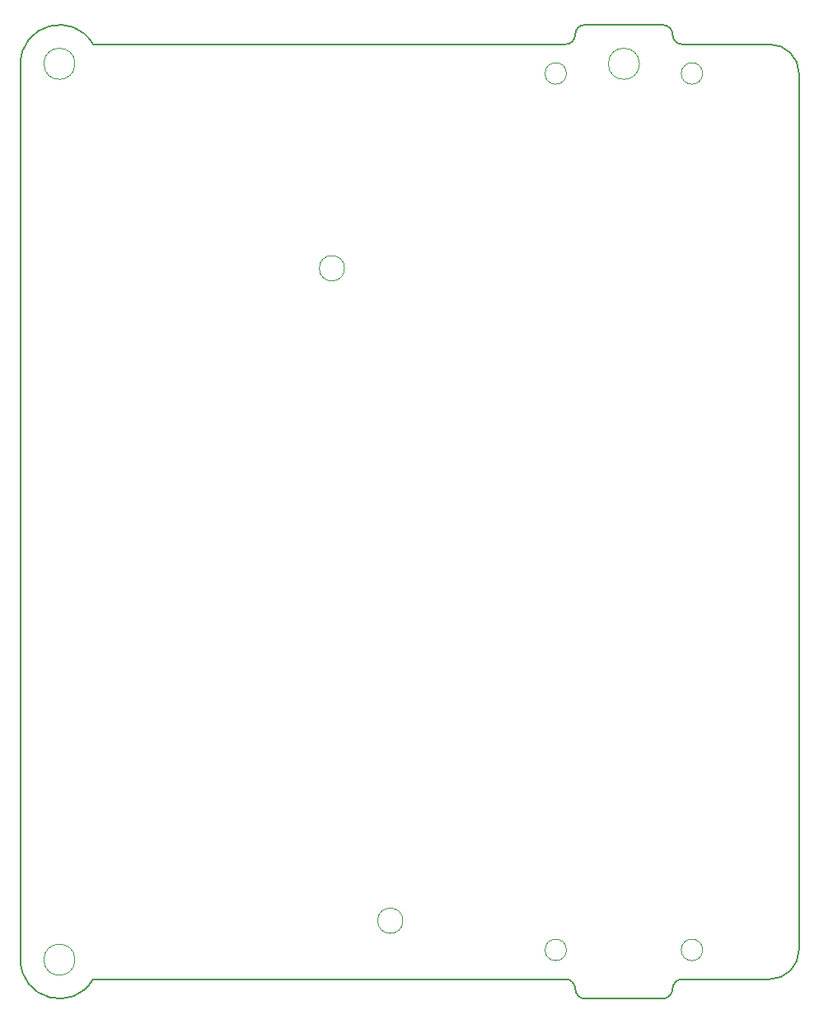
<source format=gbr>
%TF.GenerationSoftware,KiCad,Pcbnew,9.0.6*%
%TF.CreationDate,2025-11-01T18:41:32+03:00*%
%TF.ProjectId,PMPS-20W,504d5053-2d32-4305-972e-6b696361645f,rev?*%
%TF.SameCoordinates,Original*%
%TF.FileFunction,Profile,NP*%
%FSLAX46Y46*%
G04 Gerber Fmt 4.6, Leading zero omitted, Abs format (unit mm)*
G04 Created by KiCad (PCBNEW 9.0.6) date 2025-11-01 18:41:32*
%MOMM*%
%LPD*%
G01*
G04 APERTURE LIST*
%TA.AperFunction,Profile*%
%ADD10C,0.200000*%
%TD*%
%TA.AperFunction,Profile*%
%ADD11C,0.050000*%
%TD*%
G04 APERTURE END LIST*
D10*
X40000000Y-45000000D02*
G75*
G02*
X37000000Y-48000000I-3000000J0D01*
G01*
X37000000Y48000000D02*
G75*
G02*
X40000000Y45000000I0J-3000000D01*
G01*
X18000000Y-50000000D02*
G75*
G02*
X17000000Y-49000000I0J1000000D01*
G01*
X28000000Y48000000D02*
X37000000Y48000000D01*
X16000000Y-48000000D02*
X-32535899Y-48000000D01*
X-32535899Y48000000D02*
X16000000Y48000000D01*
X18000000Y-50000000D02*
X26000000Y-50000000D01*
X-40000000Y-46000000D02*
X-40000000Y46000000D01*
X27000000Y-49000000D02*
G75*
G02*
X28000000Y-48000000I1000000J0D01*
G01*
X28000000Y-48000000D02*
X37000000Y-48000000D01*
X16000000Y-48000000D02*
G75*
G02*
X17000000Y-49000000I0J-1000000D01*
G01*
X26000000Y50000000D02*
X18000000Y50000000D01*
X27000000Y-49000000D02*
G75*
G02*
X26000000Y-50000000I-1000000J0D01*
G01*
X17000000Y49000000D02*
G75*
G02*
X16000000Y48000000I-1000000J0D01*
G01*
X17000000Y49000000D02*
G75*
G02*
X18000000Y50000000I1000000J0D01*
G01*
X-32535899Y-48000000D02*
G75*
G02*
X-39999999Y-46000000I-3464101J2000000D01*
G01*
X-39999999Y46000000D02*
G75*
G02*
X-32535899Y48000000I3999999J0D01*
G01*
X28000000Y48000000D02*
G75*
G02*
X27000000Y49000000I0J1000000D01*
G01*
X40000000Y45000000D02*
X40000000Y-45000000D01*
X26000000Y50000000D02*
G75*
G02*
X27000000Y49000000I0J-1000000D01*
G01*
D11*
%TO.C,H1*%
X-34400000Y45999999D02*
G75*
G02*
X-37600000Y45999999I-1600000J0D01*
G01*
X-37600000Y45999999D02*
G75*
G02*
X-34400000Y45999999I1600000J0D01*
G01*
%TO.C,H2*%
X23600000Y46000000D02*
G75*
G02*
X20400000Y46000000I-1600000J0D01*
G01*
X20400000Y46000000D02*
G75*
G02*
X23600000Y46000000I1600000J0D01*
G01*
%TO.C,U4*%
X-700000Y-42000000D02*
G75*
G02*
X-3300000Y-42000000I-1300000J0D01*
G01*
X-3300000Y-42000000D02*
G75*
G02*
X-700000Y-42000000I1300000J0D01*
G01*
%TO.C,H3*%
X-34400000Y-46000000D02*
G75*
G02*
X-37600000Y-46000000I-1600000J0D01*
G01*
X-37600000Y-46000000D02*
G75*
G02*
X-34400000Y-46000000I1600000J0D01*
G01*
%TO.C,U2*%
X-6700000Y25000000D02*
G75*
G02*
X-9300000Y25000000I-1300000J0D01*
G01*
X-9300000Y25000000D02*
G75*
G02*
X-6700000Y25000000I1300000J0D01*
G01*
%TO.C,SP1*%
X16100000Y45000000D02*
G75*
G02*
X13900000Y45000000I-1100000J0D01*
G01*
X13900000Y45000000D02*
G75*
G02*
X16100000Y45000000I1100000J0D01*
G01*
X16100000Y-45000000D02*
G75*
G02*
X13900000Y-45000000I-1100000J0D01*
G01*
X13900000Y-45000000D02*
G75*
G02*
X16100000Y-45000000I1100000J0D01*
G01*
X30100000Y45000000D02*
G75*
G02*
X27900000Y45000000I-1100000J0D01*
G01*
X27900000Y45000000D02*
G75*
G02*
X30100000Y45000000I1100000J0D01*
G01*
X30100000Y-45000000D02*
G75*
G02*
X27900000Y-45000000I-1100000J0D01*
G01*
X27900000Y-45000000D02*
G75*
G02*
X30100000Y-45000000I1100000J0D01*
G01*
%TD*%
M02*

</source>
